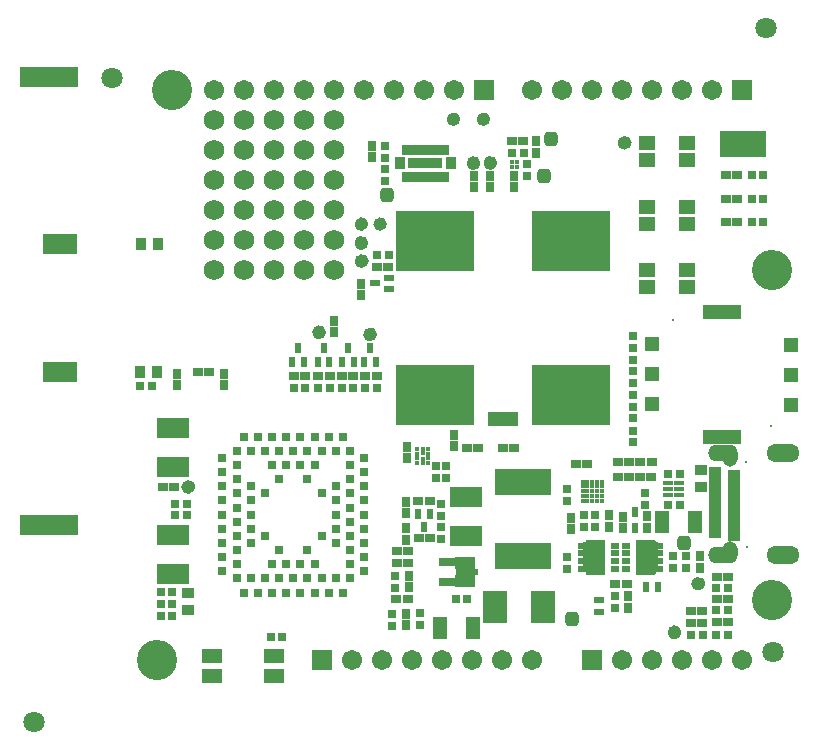
<source format=gts>
G04*
G04 #@! TF.GenerationSoftware,Altium Limited,Altium Designer,19.0.15 (446)*
G04*
G04 Layer_Color=8388736*
%FSLAX44Y44*%
%MOMM*%
G71*
G01*
G75*
%ADD139C,0.6096*%
%ADD140C,1.8000*%
%ADD141R,0.3800X0.3000*%
%ADD142R,0.3000X0.7700*%
%ADD143R,0.8032X0.8032*%
%ADD144R,0.8532X0.8032*%
%ADD145C,0.4032*%
%ADD146R,0.8032X0.8532*%
%ADD147R,0.8532X0.6032*%
%ADD148R,0.8032X0.8032*%
%ADD149R,0.7032X0.8032*%
G04:AMPARAMS|DCode=150|XSize=1.2032mm|YSize=1.2032mm|CornerRadius=0.3516mm|HoleSize=0mm|Usage=FLASHONLY|Rotation=180.000|XOffset=0mm|YOffset=0mm|HoleType=Round|Shape=RoundedRectangle|*
%AMROUNDEDRECTD150*
21,1,1.2032,0.5000,0,0,180.0*
21,1,0.5000,1.2032,0,0,180.0*
1,1,0.7032,-0.2500,0.2500*
1,1,0.7032,0.2500,0.2500*
1,1,0.7032,0.2500,-0.2500*
1,1,0.7032,-0.2500,-0.2500*
%
%ADD150ROUNDEDRECTD150*%
%ADD151R,1.0032X0.8532*%
%ADD152R,0.8532X1.0032*%
%ADD153R,2.9232X1.7032*%
%ADD154R,4.9232X1.7032*%
%ADD155R,2.5032X1.2032*%
%ADD156R,6.7032X5.2032*%
%ADD157R,2.7032X1.7032*%
%ADD158R,4.7532X2.3032*%
%ADD159R,1.3032X1.2032*%
%ADD160R,3.2032X1.2032*%
%ADD161R,0.7032X0.9032*%
%ADD162R,1.0032X0.4732*%
%ADD163R,1.1032X0.4732*%
%ADD164R,0.6032X0.8532*%
%ADD165R,1.9332X0.6032*%
%ADD166R,1.7032X1.0032*%
%ADD167R,0.5032X0.8032*%
%ADD168C,0.4232*%
%ADD169R,0.8532X0.4532*%
%ADD170R,0.5532X0.9532*%
%ADD171R,0.5032X0.8532*%
%ADD172R,2.1032X2.7032*%
%ADD173R,0.7532X0.6032*%
%ADD174R,1.2032X1.8532*%
%ADD175R,1.7532X1.2032*%
%ADD176R,4.0032X2.2332*%
%ADD177R,1.3532X1.2532*%
%ADD178R,0.5032X0.8332*%
%ADD179R,2.9032X0.9032*%
%ADD180R,0.8332X0.5032*%
G04:AMPARAMS|DCode=181|XSize=1.2032mm|YSize=1.2032mm|CornerRadius=0.3516mm|HoleSize=0mm|Usage=FLASHONLY|Rotation=90.000|XOffset=0mm|YOffset=0mm|HoleType=Round|Shape=RoundedRectangle|*
%AMROUNDEDRECTD181*
21,1,1.2032,0.5000,0,0,90.0*
21,1,0.5000,1.2032,0,0,90.0*
1,1,0.7032,0.2500,0.2500*
1,1,0.7032,0.2500,-0.2500*
1,1,0.7032,-0.2500,-0.2500*
1,1,0.7032,-0.2500,0.2500*
%
%ADD181ROUNDEDRECTD181*%
%ADD182R,0.9532X0.5532*%
%ADD183C,0.2032*%
%ADD184C,1.7032*%
%ADD185R,1.7032X1.7032*%
%ADD186O,1.3032X1.6532*%
%ADD187O,2.5032X1.4032*%
%ADD188O,2.8032X1.5032*%
%ADD189C,1.7272*%
%ADD190C,3.4032*%
G36*
X773287Y381713D02*
X773417Y381687D01*
X773543Y381645D01*
X773663Y381586D01*
X773774Y381512D01*
X773874Y381424D01*
X773962Y381324D01*
X774036Y381213D01*
X774094Y381093D01*
X774137Y380967D01*
X774163Y380837D01*
X774172Y380704D01*
Y353204D01*
X774163Y353071D01*
X774137Y352940D01*
X774094Y352814D01*
X774036Y352695D01*
X773962Y352584D01*
X773874Y352484D01*
X773774Y352396D01*
X773663Y352322D01*
X773543Y352263D01*
X773417Y352220D01*
X773287Y352194D01*
X773154Y352186D01*
X758504D01*
X758371Y352194D01*
X758240Y352220D01*
X758114Y352263D01*
X757995Y352322D01*
X757884Y352396D01*
X757784Y352484D01*
X757696Y352584D01*
X757622Y352695D01*
X757563Y352814D01*
X757520Y352940D01*
X757494Y353071D01*
X757486Y353204D01*
Y354186D01*
X756204D01*
X756071Y354194D01*
X755940Y354220D01*
X755814Y354263D01*
X755695Y354322D01*
X755584Y354396D01*
X755484Y354484D01*
X755396Y354584D01*
X755322Y354695D01*
X755263Y354814D01*
X755220Y354940D01*
X755194Y355071D01*
X755186Y355204D01*
Y378704D01*
X755194Y378837D01*
X755220Y378967D01*
X755263Y379094D01*
X755322Y379213D01*
X755396Y379324D01*
X755484Y379424D01*
X755584Y379512D01*
X755695Y379586D01*
X755814Y379645D01*
X755940Y379687D01*
X756071Y379713D01*
X756204Y379722D01*
X757436D01*
Y380704D01*
X757444Y380837D01*
X757470Y380967D01*
X757513Y381093D01*
X757572Y381213D01*
X757646Y381324D01*
X757734Y381424D01*
X757834Y381512D01*
X757945Y381586D01*
X758064Y381645D01*
X758190Y381687D01*
X758321Y381713D01*
X758454Y381722D01*
X773154D01*
X773287Y381713D01*
D02*
G37*
G36*
X815737Y381613D02*
X815867Y381587D01*
X815993Y381544D01*
X816113Y381486D01*
X816224Y381412D01*
X816324Y381324D01*
X816412Y381224D01*
X816486Y381113D01*
X816544Y380993D01*
X816587Y380867D01*
X816613Y380737D01*
X816622Y380604D01*
Y379622D01*
X817904D01*
X818037Y379613D01*
X818167Y379587D01*
X818293Y379544D01*
X818413Y379486D01*
X818524Y379412D01*
X818624Y379324D01*
X818711Y379224D01*
X818785Y379113D01*
X818845Y378993D01*
X818887Y378867D01*
X818913Y378737D01*
X818922Y378604D01*
Y355104D01*
X818913Y354971D01*
X818887Y354840D01*
X818845Y354714D01*
X818785Y354595D01*
X818711Y354484D01*
X818624Y354384D01*
X818524Y354296D01*
X818413Y354222D01*
X818293Y354163D01*
X818167Y354120D01*
X818037Y354094D01*
X817904Y354086D01*
X816672D01*
Y353104D01*
X816663Y352971D01*
X816637Y352840D01*
X816594Y352714D01*
X816535Y352595D01*
X816461Y352484D01*
X816374Y352384D01*
X816274Y352296D01*
X816163Y352222D01*
X816043Y352163D01*
X815917Y352120D01*
X815787Y352094D01*
X815654Y352086D01*
X800954D01*
X800821Y352094D01*
X800690Y352120D01*
X800564Y352163D01*
X800445Y352222D01*
X800334Y352296D01*
X800234Y352384D01*
X800146Y352484D01*
X800072Y352595D01*
X800013Y352714D01*
X799970Y352840D01*
X799944Y352971D01*
X799936Y353104D01*
Y380604D01*
X799944Y380737D01*
X799970Y380867D01*
X800013Y380993D01*
X800072Y381113D01*
X800146Y381224D01*
X800234Y381324D01*
X800334Y381412D01*
X800445Y381486D01*
X800564Y381544D01*
X800690Y381587D01*
X800821Y381613D01*
X800954Y381622D01*
X815604D01*
X815737Y381613D01*
D02*
G37*
D139*
X570799Y617704D02*
G03*
X570799Y617704I-2794J0D01*
G01*
X570240D02*
G03*
X570240Y617704I-2794J0D01*
G01*
X534498Y557661D02*
G03*
X534498Y557661I-2794J0D01*
G01*
Y557103D02*
G03*
X534498Y557103I-2794J0D01*
G01*
X648198Y737778D02*
G03*
X648198Y737778I-2794J0D01*
G01*
X586198Y648978D02*
G03*
X586198Y648978I-2794J0D01*
G01*
X665238Y700347D02*
G03*
X665238Y700347I-2794J0D01*
G01*
Y700905D02*
G03*
X665238Y700905I-2794J0D01*
G01*
X679498Y700503D02*
G03*
X679498Y700503I-2794J0D01*
G01*
Y701061D02*
G03*
X679498Y701061I-2794J0D01*
G01*
X855877Y344504D02*
G03*
X855877Y344504I-2794J0D01*
G01*
X855318D02*
G03*
X855318Y344504I-2794J0D01*
G01*
X570308Y632724D02*
G03*
X570308Y632724I-2794J0D01*
G01*
Y633283D02*
G03*
X570308Y633283I-2794J0D01*
G01*
X570298Y648978D02*
G03*
X570298Y648978I-2794J0D01*
G01*
X835498Y303605D02*
G03*
X835498Y303605I-2794J0D01*
G01*
Y303046D02*
G03*
X835498Y303046I-2794J0D01*
G01*
X673598Y737778D02*
G03*
X673598Y737778I-2794J0D01*
G01*
X423518Y426404D02*
G03*
X423518Y426404I-2794J0D01*
G01*
X424077D02*
G03*
X424077Y426404I-2794J0D01*
G01*
X577707Y555783D02*
G03*
X577707Y555783I-2794J0D01*
G01*
Y555224D02*
G03*
X577707Y555224I-2794J0D01*
G01*
X793477Y717804D02*
G03*
X793477Y717804I-2794J0D01*
G01*
X792918D02*
G03*
X792918Y717804I-2794J0D01*
G01*
D140*
X290270Y227830D02*
D03*
X909840Y814580D02*
D03*
X356804Y772404D02*
D03*
X915704Y286604D02*
D03*
D141*
X615004Y446654D02*
D03*
Y450554D02*
D03*
Y454454D02*
D03*
Y458354D02*
D03*
X623804D02*
D03*
Y454454D02*
D03*
Y450554D02*
D03*
Y446654D02*
D03*
D142*
X619404Y448104D02*
D03*
Y456904D02*
D03*
D143*
X503904Y469004D02*
D03*
X491904D02*
D03*
X479904D02*
D03*
X467904D02*
D03*
X515904D02*
D03*
X527904D02*
D03*
X539904D02*
D03*
X551904D02*
D03*
X509904Y457004D02*
D03*
X461904D02*
D03*
X473904D02*
D03*
X485904D02*
D03*
X497904D02*
D03*
X557904D02*
D03*
X545904D02*
D03*
X533904D02*
D03*
X521904D02*
D03*
X449904Y451004D02*
D03*
X569904D02*
D03*
X449904Y439004D02*
D03*
Y427004D02*
D03*
Y415004D02*
D03*
Y403004D02*
D03*
X569904D02*
D03*
Y415004D02*
D03*
Y427004D02*
D03*
Y439004D02*
D03*
X461904Y445004D02*
D03*
Y433004D02*
D03*
Y421004D02*
D03*
Y409004D02*
D03*
X557904D02*
D03*
Y421004D02*
D03*
Y433004D02*
D03*
Y445004D02*
D03*
X503904D02*
D03*
X515904D02*
D03*
X491904D02*
D03*
X527904D02*
D03*
X497904Y433004D02*
D03*
X521904D02*
D03*
X473904Y415004D02*
D03*
Y427004D02*
D03*
X485904Y421004D02*
D03*
X545904Y415004D02*
D03*
Y427004D02*
D03*
X533904Y421004D02*
D03*
X473904Y403004D02*
D03*
X545904D02*
D03*
X485904Y385004D02*
D03*
X473904Y379004D02*
D03*
Y391004D02*
D03*
X533904Y385004D02*
D03*
X545904Y379004D02*
D03*
Y391004D02*
D03*
X497904Y373004D02*
D03*
X521904D02*
D03*
X491904Y361004D02*
D03*
X527904D02*
D03*
X503904D02*
D03*
X515904D02*
D03*
X461904D02*
D03*
Y373004D02*
D03*
Y385004D02*
D03*
Y397004D02*
D03*
X557904D02*
D03*
Y385004D02*
D03*
Y373004D02*
D03*
Y361004D02*
D03*
X449904Y367004D02*
D03*
Y379004D02*
D03*
Y391004D02*
D03*
X569904D02*
D03*
Y379004D02*
D03*
Y367004D02*
D03*
X449904Y355004D02*
D03*
X569904D02*
D03*
X497904Y349004D02*
D03*
X485904D02*
D03*
X473904D02*
D03*
X461904D02*
D03*
X521904D02*
D03*
X533904D02*
D03*
X545904D02*
D03*
X557904D02*
D03*
X509904D02*
D03*
X467904Y337004D02*
D03*
X479904D02*
D03*
X491904D02*
D03*
X503904D02*
D03*
X551904D02*
D03*
X539904D02*
D03*
X527904D02*
D03*
X515904D02*
D03*
X797204Y484404D02*
D03*
Y494404D02*
D03*
X797104Y464204D02*
D03*
Y474204D02*
D03*
Y504394D02*
D03*
Y514394D02*
D03*
X797204Y554304D02*
D03*
Y544304D02*
D03*
X797104Y524204D02*
D03*
Y534204D02*
D03*
X639004Y433804D02*
D03*
Y443804D02*
D03*
X630404Y443904D02*
D03*
Y433904D02*
D03*
X595804Y350904D02*
D03*
Y340904D02*
D03*
X741704Y356804D02*
D03*
Y366804D02*
D03*
X587404Y695504D02*
D03*
Y685504D02*
D03*
Y705304D02*
D03*
Y715304D02*
D03*
X635104Y382204D02*
D03*
Y392204D02*
D03*
X616804Y309304D02*
D03*
Y319304D02*
D03*
X635204Y401604D02*
D03*
Y411604D02*
D03*
X593204Y309074D02*
D03*
Y319074D02*
D03*
X707904Y699604D02*
D03*
Y689604D02*
D03*
X831704Y367604D02*
D03*
Y357604D02*
D03*
X842304Y357604D02*
D03*
Y367604D02*
D03*
X741804Y424704D02*
D03*
Y414704D02*
D03*
X765204Y402704D02*
D03*
Y392704D02*
D03*
X781904Y333904D02*
D03*
Y323904D02*
D03*
X756304Y402704D02*
D03*
Y392704D02*
D03*
X807504Y421404D02*
D03*
Y411404D02*
D03*
D144*
X580804Y612704D02*
D03*
X590304D02*
D03*
X793954Y435004D02*
D03*
X784454D02*
D03*
X793954Y447304D02*
D03*
X784454D02*
D03*
X813154Y435104D02*
D03*
X803654D02*
D03*
X813304Y447304D02*
D03*
X803804D02*
D03*
X748954Y446204D02*
D03*
X758454D02*
D03*
X792154Y344304D02*
D03*
X782654D02*
D03*
X877804Y311704D02*
D03*
X868304D02*
D03*
X885404Y650404D02*
D03*
X875904D02*
D03*
X877804Y349804D02*
D03*
X868304D02*
D03*
Y331204D02*
D03*
X877804D02*
D03*
X625454Y383004D02*
D03*
X615954D02*
D03*
X856175Y321804D02*
D03*
X846675D02*
D03*
X846825Y310904D02*
D03*
X856325D02*
D03*
X606604Y331413D02*
D03*
X597104D02*
D03*
X606954Y371904D02*
D03*
X597454D02*
D03*
X666454Y459404D02*
D03*
X656954D02*
D03*
X607054Y361804D02*
D03*
X597554D02*
D03*
X615904Y414404D02*
D03*
X625404D02*
D03*
X704754Y719104D02*
D03*
X695254D02*
D03*
X580523Y520504D02*
D03*
X571023D02*
D03*
X560713D02*
D03*
X551213D02*
D03*
X429154Y523904D02*
D03*
X438654D02*
D03*
X409204Y426104D02*
D03*
X399704D02*
D03*
X540654Y520504D02*
D03*
X531154D02*
D03*
X519604D02*
D03*
X510104D02*
D03*
X885404Y690304D02*
D03*
X875904D02*
D03*
X885404Y670204D02*
D03*
X875904D02*
D03*
X696804Y459404D02*
D03*
X687304D02*
D03*
D145*
X571104Y617704D02*
D03*
X564347D02*
D03*
X531704Y560760D02*
D03*
Y554004D02*
D03*
X645404Y734680D02*
D03*
Y740928D02*
D03*
X583404Y645880D02*
D03*
Y652128D02*
D03*
X662444Y697248D02*
D03*
Y704004D02*
D03*
X676704Y697404D02*
D03*
Y704160D02*
D03*
X856182Y344504D02*
D03*
X849426D02*
D03*
X567514Y629626D02*
D03*
Y636382D02*
D03*
X567504Y645880D02*
D03*
Y652128D02*
D03*
X832704Y306704D02*
D03*
Y299947D02*
D03*
X670804Y740928D02*
D03*
Y734680D02*
D03*
X417626Y426404D02*
D03*
X424382D02*
D03*
X574913Y558882D02*
D03*
Y552126D02*
D03*
X793782Y717804D02*
D03*
X787026D02*
D03*
D146*
X567604Y598504D02*
D03*
Y589004D02*
D03*
X853904Y358054D02*
D03*
Y367554D02*
D03*
X662504Y680304D02*
D03*
Y689804D02*
D03*
X676704Y680354D02*
D03*
Y689854D02*
D03*
X605104Y381754D02*
D03*
Y391254D02*
D03*
Y404154D02*
D03*
Y413654D02*
D03*
X744804Y390904D02*
D03*
Y400404D02*
D03*
X793504Y324304D02*
D03*
Y333804D02*
D03*
X576547Y705754D02*
D03*
Y715254D02*
D03*
X809104Y401554D02*
D03*
Y392054D02*
D03*
X776904Y402354D02*
D03*
Y392854D02*
D03*
X788804Y391704D02*
D03*
Y401204D02*
D03*
X697004Y680454D02*
D03*
Y689954D02*
D03*
X715804Y709454D02*
D03*
Y718954D02*
D03*
X608104Y350874D02*
D03*
Y341374D02*
D03*
X605604Y309554D02*
D03*
Y319054D02*
D03*
X646304Y460904D02*
D03*
Y470404D02*
D03*
X451090Y522204D02*
D03*
Y512704D02*
D03*
X544504Y557229D02*
D03*
Y566729D02*
D03*
X411204Y512704D02*
D03*
Y522204D02*
D03*
D147*
X579104Y598704D02*
D03*
X590604Y593704D02*
D03*
Y603704D02*
D03*
D148*
X590704Y622404D02*
D03*
X580704D02*
D03*
X409504Y402904D02*
D03*
X419504D02*
D03*
X409504Y412104D02*
D03*
X419504D02*
D03*
X407494Y327174D02*
D03*
X397494D02*
D03*
Y317014D02*
D03*
X407494D02*
D03*
X407494Y337334D02*
D03*
X397494D02*
D03*
X390204Y511904D02*
D03*
X380204D02*
D03*
X531004Y510026D02*
D03*
X541004D02*
D03*
X867804Y300956D02*
D03*
X877804D02*
D03*
X867804Y322004D02*
D03*
X877804D02*
D03*
X867804Y340504D02*
D03*
X877804D02*
D03*
X647304Y331776D02*
D03*
X657304D02*
D03*
X580729Y510026D02*
D03*
X570729D02*
D03*
X550729D02*
D03*
X560729D02*
D03*
X520104D02*
D03*
X510104D02*
D03*
X846804Y300704D02*
D03*
X856804D02*
D03*
X695304Y709504D02*
D03*
X705304D02*
D03*
X837004Y437204D02*
D03*
X827004D02*
D03*
X826904Y410904D02*
D03*
X836904D02*
D03*
D149*
X491404Y299304D02*
D03*
X500404D02*
D03*
X898654Y650404D02*
D03*
X907654D02*
D03*
Y670304D02*
D03*
X898654D02*
D03*
X907654Y690304D02*
D03*
X898654D02*
D03*
D150*
X722504Y689604D02*
D03*
D151*
X420371Y336964D02*
D03*
Y322464D02*
D03*
X854704Y426054D02*
D03*
Y440554D02*
D03*
D152*
X394704Y523804D02*
D03*
X380204D02*
D03*
X380854Y631804D02*
D03*
X395354D02*
D03*
D153*
X312604Y631704D02*
D03*
Y523804D02*
D03*
D154*
X302704Y773804D02*
D03*
Y393804D02*
D03*
D155*
X687404Y484304D02*
D03*
D156*
X744904Y504304D02*
D03*
X629904D02*
D03*
X744904Y634304D02*
D03*
X629904D02*
D03*
D157*
X408304Y385524D02*
D03*
Y352504D02*
D03*
X655904Y384984D02*
D03*
Y418004D02*
D03*
X408304Y475924D02*
D03*
Y442904D02*
D03*
D158*
X704313Y367605D02*
D03*
Y430605D02*
D03*
D159*
X931704Y521604D02*
D03*
Y496204D02*
D03*
Y547004D02*
D03*
X813604Y496404D02*
D03*
Y547204D02*
D03*
Y521804D02*
D03*
D160*
X872704Y574604D02*
D03*
Y468604D02*
D03*
D161*
X606404Y460104D02*
D03*
Y451104D02*
D03*
D162*
X867204Y440684D02*
D03*
Y435684D02*
D03*
Y430684D02*
D03*
Y425684D02*
D03*
Y420684D02*
D03*
Y415684D02*
D03*
Y410684D02*
D03*
Y405684D02*
D03*
Y400684D02*
D03*
Y395684D02*
D03*
Y390684D02*
D03*
Y385684D02*
D03*
D163*
X883204Y383204D02*
D03*
Y388204D02*
D03*
Y393204D02*
D03*
Y398204D02*
D03*
Y403204D02*
D03*
Y408204D02*
D03*
Y413204D02*
D03*
Y418204D02*
D03*
Y423204D02*
D03*
Y428204D02*
D03*
Y433204D02*
D03*
Y438204D02*
D03*
D164*
X535504Y543786D02*
D03*
X530504Y532286D02*
D03*
X540504D02*
D03*
X615724Y403657D02*
D03*
X625724D02*
D03*
X620724Y392158D02*
D03*
X556113Y543786D02*
D03*
X551113Y532286D02*
D03*
X561113D02*
D03*
X574913Y543786D02*
D03*
X569913Y532286D02*
D03*
X579913D02*
D03*
X514104Y543786D02*
D03*
X509104Y532286D02*
D03*
X519104D02*
D03*
D165*
X656554Y354704D02*
D03*
D166*
X655404Y347204D02*
D03*
Y362204D02*
D03*
D167*
X644904Y363204D02*
D03*
Y346204D02*
D03*
X640404Y363204D02*
D03*
Y346204D02*
D03*
X635904D02*
D03*
Y363204D02*
D03*
D168*
X695004Y701504D02*
D03*
X699004D02*
D03*
Y697504D02*
D03*
X695004D02*
D03*
X770904Y430804D02*
D03*
X766904D02*
D03*
X762904D02*
D03*
X758904D02*
D03*
X754904D02*
D03*
X770904Y426804D02*
D03*
X766904D02*
D03*
X762904D02*
D03*
X758904D02*
D03*
X754904D02*
D03*
X770904Y422804D02*
D03*
X766904D02*
D03*
X762904D02*
D03*
X758904D02*
D03*
X754904D02*
D03*
X770904Y418804D02*
D03*
X766904D02*
D03*
X762904D02*
D03*
X758904D02*
D03*
X754904D02*
D03*
Y414804D02*
D03*
X758904D02*
D03*
X762904D02*
D03*
X766904D02*
D03*
X770904D02*
D03*
D169*
X836463Y429404D02*
D03*
Y424404D02*
D03*
Y419404D02*
D03*
X826963D02*
D03*
Y424404D02*
D03*
Y429404D02*
D03*
D170*
X808279Y342004D02*
D03*
X818779D02*
D03*
D171*
X799404Y391904D02*
D03*
Y405404D02*
D03*
D172*
X680604Y324604D02*
D03*
X721604D02*
D03*
D173*
X782604Y357204D02*
D03*
Y363704D02*
D03*
Y370204D02*
D03*
Y376704D02*
D03*
X754604D02*
D03*
Y370204D02*
D03*
Y363704D02*
D03*
Y357204D02*
D03*
X791504Y376604D02*
D03*
Y370104D02*
D03*
Y363604D02*
D03*
Y357104D02*
D03*
X819504D02*
D03*
Y363604D02*
D03*
Y370104D02*
D03*
Y376604D02*
D03*
D174*
X662204Y307004D02*
D03*
X634204D02*
D03*
X849904Y396804D02*
D03*
X821904D02*
D03*
D175*
X441254Y266504D02*
D03*
X493754D02*
D03*
Y283504D02*
D03*
X441254D02*
D03*
D176*
X890804Y717104D02*
D03*
D177*
X809504Y610454D02*
D03*
X843004D02*
D03*
Y595954D02*
D03*
X809504D02*
D03*
X843004Y663854D02*
D03*
X809504D02*
D03*
Y649354D02*
D03*
X843004D02*
D03*
X809504Y717804D02*
D03*
X843004D02*
D03*
Y703304D02*
D03*
X809504D02*
D03*
D178*
X639304Y712004D02*
D03*
X634304D02*
D03*
X629304D02*
D03*
X624304D02*
D03*
X604304D02*
D03*
X609304D02*
D03*
X614304D02*
D03*
X619304D02*
D03*
Y689204D02*
D03*
X614304D02*
D03*
X609304D02*
D03*
X604304D02*
D03*
X624304D02*
D03*
X629304D02*
D03*
X634304D02*
D03*
X639304D02*
D03*
D179*
X621804Y700604D02*
D03*
D180*
X600404Y698104D02*
D03*
Y703104D02*
D03*
X643204Y698104D02*
D03*
Y703104D02*
D03*
D181*
X727904Y721104D02*
D03*
X745804Y314304D02*
D03*
X589404Y674004D02*
D03*
X840504Y379004D02*
D03*
D182*
X768504Y320604D02*
D03*
Y331104D02*
D03*
D183*
X831204Y567604D02*
D03*
X914204Y477604D02*
D03*
X893044Y447934D02*
D03*
X893694Y375934D02*
D03*
D184*
X620264Y762504D02*
D03*
X442464D02*
D03*
X467864D02*
D03*
X493264D02*
D03*
X518664D02*
D03*
X544064D02*
D03*
X569464D02*
D03*
X594864D02*
D03*
X645664D02*
D03*
X864104D02*
D03*
X838704D02*
D03*
X813304D02*
D03*
X787904D02*
D03*
X762504D02*
D03*
X737104D02*
D03*
X711704D02*
D03*
X889504Y279904D02*
D03*
X864104D02*
D03*
X838704D02*
D03*
X813304D02*
D03*
X787904D02*
D03*
X559304D02*
D03*
X584704D02*
D03*
X610104D02*
D03*
X635504D02*
D03*
X660904D02*
D03*
X686304D02*
D03*
X711704D02*
D03*
D185*
X671064Y762504D02*
D03*
X889504D02*
D03*
X762504Y279904D02*
D03*
X533904D02*
D03*
D186*
X879894Y371994D02*
D03*
Y451874D02*
D03*
D187*
X873694Y368734D02*
D03*
Y455134D02*
D03*
D188*
X924194Y368734D02*
D03*
Y455134D02*
D03*
D189*
X442464Y737104D02*
D03*
X467864D02*
D03*
X493264D02*
D03*
X518664D02*
D03*
X544064D02*
D03*
Y711704D02*
D03*
X518664D02*
D03*
X493264D02*
D03*
X467864D02*
D03*
X442464D02*
D03*
X544064Y686304D02*
D03*
X518664D02*
D03*
X493264D02*
D03*
X467864D02*
D03*
X442464D02*
D03*
X544064Y660904D02*
D03*
X518664D02*
D03*
X493264D02*
D03*
X467864D02*
D03*
X442464D02*
D03*
X544064Y635504D02*
D03*
X518664D02*
D03*
X493264D02*
D03*
X467864D02*
D03*
X442464D02*
D03*
X544064Y610104D02*
D03*
X518664D02*
D03*
X493264D02*
D03*
X467864D02*
D03*
X442464D02*
D03*
D190*
X914904Y330704D02*
D03*
Y610104D02*
D03*
X394204Y279904D02*
D03*
X406904Y762504D02*
D03*
M02*

</source>
